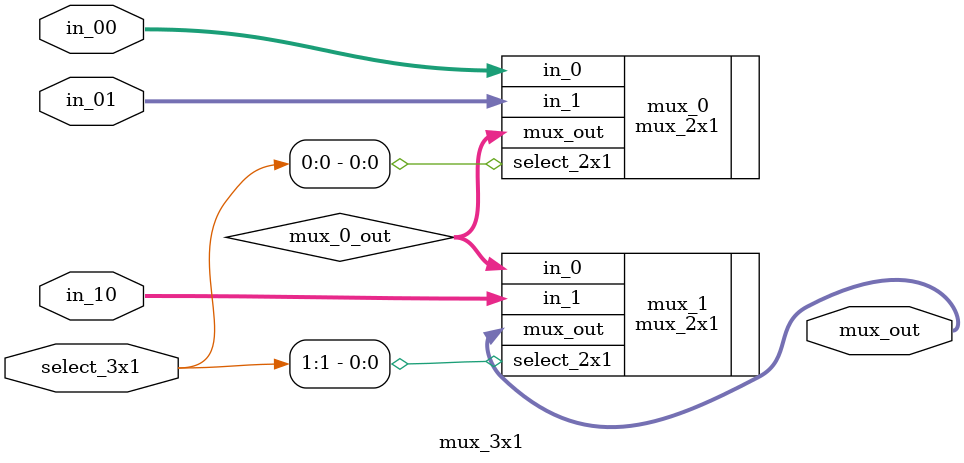
<source format=sv>
module mux_3x1#(
        parameter DATA_WIDTH = 11
    )
    (
        input logic [DATA_WIDTH - 1:0] in_10, in_01, in_00,
        input logic [1:0] select_3x1,
        output logic [DATA_WIDTH - 1:0] mux_out
    );

	 logic [DATA_WIDTH - 1:0] mux_0_out;

	 mux_2x1 mux_0(
       .in_0(in_00),
       .in_1(in_01),
       .select_2x1(select_3x1[0]),
       .mux_out(mux_0_out)
     );
	 mux_2x1 mux_1(
       .in_0(mux_0_out),
       .in_1(in_10),
       .select_2x1(select_3x1[1]),
       .mux_out(mux_out)
     );
endmodule

</source>
